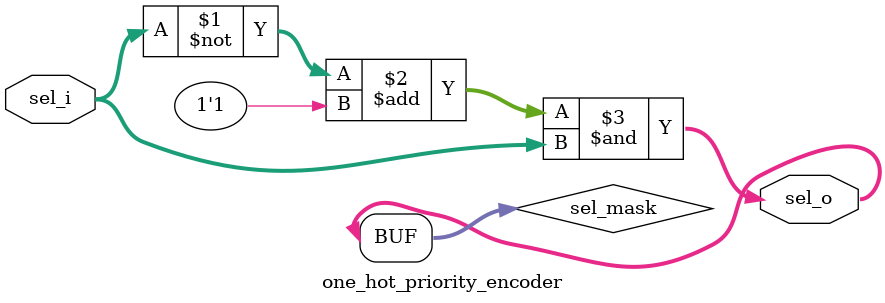
<source format=v>
module one_hot_priority_encoder (
	sel_i,
	sel_o
);
	parameter [31:0] SEL_WIDTH = 8;
	input wire [SEL_WIDTH - 1:0] sel_i;
	output wire [SEL_WIDTH - 1:0] sel_o;
	localparam [31:0] SEL_ID_WIDHT = $clog2(SEL_WIDTH);
	wire [SEL_WIDTH - 1:0] sel_mask;
	assign sel_mask = (~sel_i + 1'b1) & sel_i;
	assign sel_o = sel_mask;
endmodule

</source>
